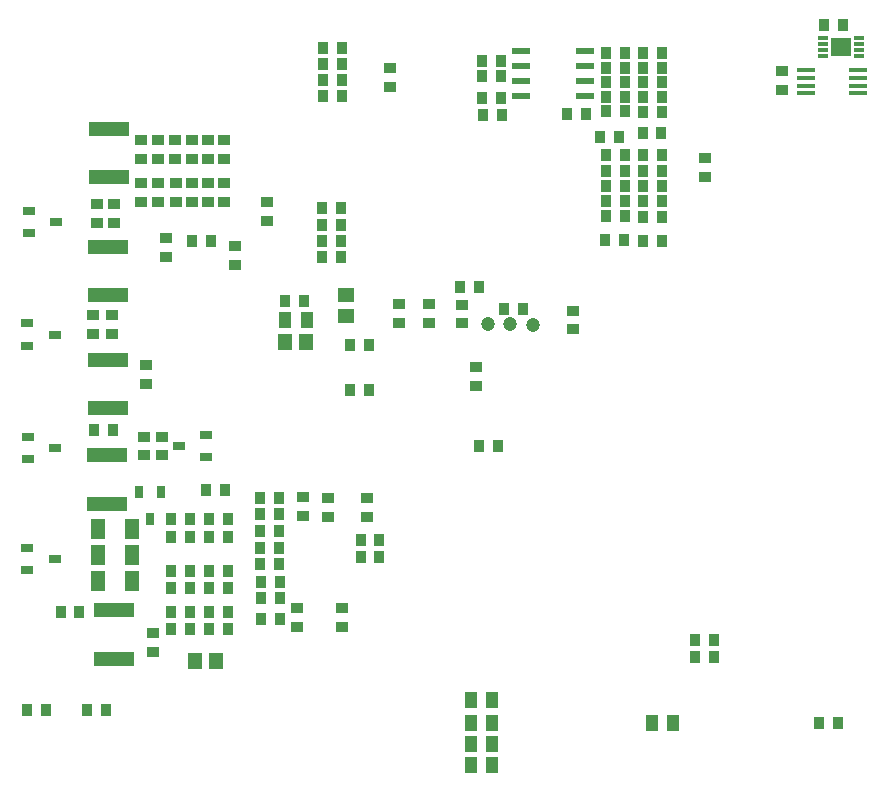
<source format=gbp>
%FSLAX25Y25*%
%MOIN*%
G70*
G01*
G75*
G04 Layer_Color=128*
%ADD10R,0.03740X0.03937*%
%ADD11R,0.03937X0.03543*%
%ADD12R,0.03937X0.03740*%
%ADD13R,0.05906X0.01772*%
%ADD14R,0.03347X0.01772*%
%ADD15R,0.03347X0.01181*%
%ADD16R,0.02362X0.06102*%
%ADD17R,0.03543X0.03937*%
%ADD18R,0.03543X0.04331*%
%ADD19R,0.01575X0.03543*%
%ADD20R,0.07874X0.02362*%
%ADD21R,0.07087X0.04921*%
%ADD22R,0.03543X0.01575*%
%ADD23O,0.04331X0.01378*%
%ADD24O,0.01378X0.04331*%
%ADD25R,0.16535X0.16535*%
%ADD26R,0.04134X0.02559*%
%ADD27R,0.01181X0.05906*%
%ADD28R,0.05906X0.01181*%
%ADD29C,0.03937*%
%ADD30O,0.03347X0.01181*%
%ADD31O,0.01181X0.03347*%
%ADD32R,0.25000X0.25000*%
%ADD33R,0.08661X0.06102*%
%ADD34R,0.07008X0.14016*%
%ADD35R,0.05906X0.02165*%
%ADD36R,0.02165X0.05906*%
%ADD37C,0.02520*%
%ADD38R,0.09843X0.06890*%
%ADD39R,0.01181X0.03347*%
%ADD40R,0.08465X0.03740*%
%ADD41R,0.08465X0.12795*%
%ADD42R,0.04921X0.07087*%
%ADD43R,0.05512X0.04134*%
%ADD44R,0.06102X0.02362*%
%ADD45P,0.05568X4X360.0*%
%ADD46P,0.05568X4X270.0*%
%ADD47R,0.01772X0.05906*%
%ADD48C,0.00600*%
%ADD49C,0.01000*%
%ADD50C,0.01200*%
%ADD51C,0.00800*%
%ADD52C,0.03000*%
%ADD53C,0.01500*%
%ADD54C,0.02000*%
%ADD55C,0.00820*%
%ADD56C,0.04000*%
%ADD57C,0.02400*%
%ADD58C,0.00500*%
%ADD59C,0.06693*%
%ADD60C,0.09449*%
%ADD61C,0.07480*%
%ADD62C,0.17716*%
%ADD63C,0.22835*%
%ADD64C,0.02400*%
%ADD65R,0.08000X0.32000*%
%ADD66R,0.08000X0.08000*%
%ADD67C,0.05137*%
%ADD68C,0.07893*%
%ADD69C,0.05924*%
%ADD70C,0.11830*%
%ADD71C,0.06318*%
%ADD72C,0.02200*%
%ADD73R,0.08000X0.24000*%
%ADD74R,0.08000X0.16000*%
G04:AMPARAMS|DCode=75|XSize=99.37mil|YSize=99.37mil|CornerRadius=0mil|HoleSize=0mil|Usage=FLASHONLY|Rotation=0.000|XOffset=0mil|YOffset=0mil|HoleType=Round|Shape=Relief|Width=30mil|Gap=10mil|Entries=4|*
%AMTHD75*
7,0,0,0.09937,0.07937,0.03000,45*
%
%ADD75THD75*%
%ADD76C,0.02600*%
G04:AMPARAMS|DCode=77|XSize=126.929mil|YSize=126.929mil|CornerRadius=0mil|HoleSize=0mil|Usage=FLASHONLY|Rotation=0.000|XOffset=0mil|YOffset=0mil|HoleType=Round|Shape=Relief|Width=30mil|Gap=10mil|Entries=4|*
%AMTHD77*
7,0,0,0.12693,0.10693,0.03000,45*
%
%ADD77THD77*%
G04:AMPARAMS|DCode=78|XSize=166.299mil|YSize=166.299mil|CornerRadius=0mil|HoleSize=0mil|Usage=FLASHONLY|Rotation=0.000|XOffset=0mil|YOffset=0mil|HoleType=Round|Shape=Relief|Width=30mil|Gap=10mil|Entries=4|*
%AMTHD78*
7,0,0,0.16630,0.14630,0.03000,45*
%
%ADD78THD78*%
%ADD79R,0.06890X0.06102*%
%ADD80R,0.04134X0.05512*%
%ADD81R,0.04528X0.05709*%
%ADD82C,0.04724*%
%ADD83R,0.04528X0.07087*%
%ADD84R,0.05709X0.04528*%
%ADD85R,0.02559X0.04134*%
%ADD86R,0.13583X0.05118*%
%ADD87C,0.01969*%
%ADD88C,0.00984*%
%ADD89C,0.02362*%
%ADD90C,0.00394*%
%ADD91C,0.00787*%
%ADD92C,0.00700*%
%ADD93C,0.00799*%
%ADD94C,0.01181*%
%ADD95R,0.10472X0.10472*%
D10*
X-107350Y-5900D02*
D03*
X-101050D02*
D03*
X-78250Y104700D02*
D03*
X-71950D02*
D03*
X-165950Y42500D02*
D03*
X-172250D02*
D03*
X-144150Y27900D02*
D03*
X-150450D02*
D03*
X-196950Y62300D02*
D03*
X-203250D02*
D03*
X-174050Y-45400D02*
D03*
X-180350D02*
D03*
X-146950Y-37200D02*
D03*
X-140650D02*
D03*
X-198450Y-20600D02*
D03*
X-192150D02*
D03*
X-144050Y12800D02*
D03*
X-150350D02*
D03*
X13750Y134500D02*
D03*
X7450D02*
D03*
X-174050Y-40000D02*
D03*
X-180350D02*
D03*
X-174050Y-34100D02*
D03*
X-180350D02*
D03*
X-174050Y-28700D02*
D03*
X-180350D02*
D03*
Y-23300D02*
D03*
X-174050D02*
D03*
X-173950Y-51100D02*
D03*
X-180250D02*
D03*
X-146950Y-42800D02*
D03*
X-140650D02*
D03*
X-173950Y-56500D02*
D03*
X-180250D02*
D03*
Y-63600D02*
D03*
X-173950D02*
D03*
X-240650Y-61200D02*
D03*
X-246950D02*
D03*
X-29050Y-70700D02*
D03*
X-35350D02*
D03*
X-29050Y-76400D02*
D03*
X-35350D02*
D03*
D11*
X-32000Y83650D02*
D03*
Y89950D02*
D03*
X-220000Y75450D02*
D03*
Y81750D02*
D03*
X-214500Y75450D02*
D03*
Y81750D02*
D03*
X-220000Y89650D02*
D03*
Y95950D02*
D03*
X-214500Y89650D02*
D03*
Y95950D02*
D03*
X-192400Y75450D02*
D03*
Y81750D02*
D03*
X-192400Y89650D02*
D03*
Y95950D02*
D03*
X-197767Y75450D02*
D03*
Y81750D02*
D03*
X-197833Y89650D02*
D03*
Y95950D02*
D03*
X-208500Y75450D02*
D03*
Y81750D02*
D03*
X-203133Y75450D02*
D03*
Y81750D02*
D03*
X-208700Y89650D02*
D03*
Y95950D02*
D03*
X-203267Y89650D02*
D03*
Y95950D02*
D03*
X-229900Y31450D02*
D03*
Y37750D02*
D03*
X-157900Y-29450D02*
D03*
Y-23150D02*
D03*
X-236100Y31550D02*
D03*
Y37850D02*
D03*
X-229000Y74850D02*
D03*
Y68550D02*
D03*
X-234800Y68450D02*
D03*
Y74750D02*
D03*
X-218638Y14689D02*
D03*
Y20988D02*
D03*
X-219000Y-2750D02*
D03*
Y-9050D02*
D03*
X-166200Y-23050D02*
D03*
Y-29350D02*
D03*
X-213200Y-9050D02*
D03*
Y-2750D02*
D03*
X-216300Y-74550D02*
D03*
Y-68250D02*
D03*
D12*
X-76300Y39250D02*
D03*
Y32950D02*
D03*
X-124300Y35050D02*
D03*
Y41350D02*
D03*
X-113000Y41250D02*
D03*
Y34950D02*
D03*
X-211700Y63350D02*
D03*
Y57050D02*
D03*
X-178300Y69250D02*
D03*
Y75550D02*
D03*
X-188900Y60750D02*
D03*
Y54450D02*
D03*
X-137300Y113850D02*
D03*
Y120150D02*
D03*
X-134000Y35150D02*
D03*
Y41450D02*
D03*
X-108400Y14250D02*
D03*
Y20550D02*
D03*
X-6400Y112750D02*
D03*
Y119050D02*
D03*
X-144800Y-29650D02*
D03*
Y-23350D02*
D03*
X-153300Y-59850D02*
D03*
Y-66150D02*
D03*
X-168100Y-59901D02*
D03*
Y-66200D02*
D03*
D13*
X1439Y119339D02*
D03*
Y116779D02*
D03*
Y114220D02*
D03*
Y111661D02*
D03*
X18761D02*
D03*
Y114220D02*
D03*
Y116779D02*
D03*
Y119339D02*
D03*
D15*
X7294Y130053D02*
D03*
Y128084D02*
D03*
Y126116D02*
D03*
Y124147D02*
D03*
X19106D02*
D03*
Y126116D02*
D03*
Y128084D02*
D03*
Y130053D02*
D03*
D17*
X-99050Y39800D02*
D03*
X-92750D02*
D03*
X-65450Y62600D02*
D03*
X-59150D02*
D03*
X-52750Y62500D02*
D03*
X-46450D02*
D03*
X-67150Y97200D02*
D03*
X-60850D02*
D03*
X-52950Y98500D02*
D03*
X-46650D02*
D03*
X-52850Y91000D02*
D03*
X-46550D02*
D03*
X-65200D02*
D03*
X-58900D02*
D03*
X-65200Y70600D02*
D03*
X-58900D02*
D03*
X-65200Y75700D02*
D03*
X-58900D02*
D03*
X-52850D02*
D03*
X-46550D02*
D03*
X-52850Y70500D02*
D03*
X-46550D02*
D03*
X-65200Y80800D02*
D03*
X-58900D02*
D03*
X-65200Y85900D02*
D03*
X-58900D02*
D03*
X-52850D02*
D03*
X-46550D02*
D03*
X-52850Y80800D02*
D03*
X-46550D02*
D03*
X-65150Y105600D02*
D03*
X-58850D02*
D03*
X-65150Y110500D02*
D03*
X-58850D02*
D03*
X-52850D02*
D03*
X-46550D02*
D03*
X-52850Y105500D02*
D03*
X-46550D02*
D03*
X-65200Y115350D02*
D03*
X-58900D02*
D03*
X-65200Y120250D02*
D03*
X-58900D02*
D03*
X-65200Y125150D02*
D03*
X-58900D02*
D03*
X-52900Y120250D02*
D03*
X-46600D02*
D03*
X-52900Y115350D02*
D03*
X-46600D02*
D03*
X-106250Y104300D02*
D03*
X-99950D02*
D03*
X-100050Y110100D02*
D03*
X-106350D02*
D03*
X-100150Y117400D02*
D03*
X-106450D02*
D03*
Y122500D02*
D03*
X-100150D02*
D03*
X-107350Y47000D02*
D03*
X-113650D02*
D03*
X5750Y-98300D02*
D03*
X12050D02*
D03*
X-191250Y-53400D02*
D03*
X-197550D02*
D03*
X-203850D02*
D03*
X-210150D02*
D03*
X-203850Y-61200D02*
D03*
X-210150D02*
D03*
X-203850Y-30200D02*
D03*
X-210150D02*
D03*
X-203850Y-36200D02*
D03*
X-210150D02*
D03*
X-203850Y-66900D02*
D03*
X-210150D02*
D03*
X-191250Y-47700D02*
D03*
X-197550D02*
D03*
X-191301Y-30200D02*
D03*
X-197600D02*
D03*
X-191250Y-66900D02*
D03*
X-197550D02*
D03*
X-191301Y-36200D02*
D03*
X-197600D02*
D03*
X-203850Y-47700D02*
D03*
X-210150D02*
D03*
X-52900Y125150D02*
D03*
X-46600D02*
D03*
X-159750Y57100D02*
D03*
X-153450D02*
D03*
X-159750Y67900D02*
D03*
X-153450D02*
D03*
X-153350Y62500D02*
D03*
X-159650D02*
D03*
X-153450Y73300D02*
D03*
X-159750D02*
D03*
X-159450Y126800D02*
D03*
X-153150D02*
D03*
Y121500D02*
D03*
X-159450D02*
D03*
Y116000D02*
D03*
X-153150D02*
D03*
Y110700D02*
D03*
X-159450D02*
D03*
X-231850Y-93900D02*
D03*
X-238150D02*
D03*
X-229350Y-600D02*
D03*
X-235650D02*
D03*
X-197550Y-61200D02*
D03*
X-191250D02*
D03*
X-251750Y-93900D02*
D03*
X-258050D02*
D03*
D26*
X-248972Y-43600D02*
D03*
X-258028Y-39860D02*
D03*
Y-47340D02*
D03*
X-207528Y-6000D02*
D03*
X-198472Y-9740D02*
D03*
Y-2260D02*
D03*
X-248772Y-6500D02*
D03*
X-257828Y-2760D02*
D03*
Y-10240D02*
D03*
X-248572Y68700D02*
D03*
X-257628Y72440D02*
D03*
Y64960D02*
D03*
X-248972Y31200D02*
D03*
X-258028Y34940D02*
D03*
Y27460D02*
D03*
D44*
X-93430Y110900D02*
D03*
Y115900D02*
D03*
Y120900D02*
D03*
Y125900D02*
D03*
X-72170Y110900D02*
D03*
Y115900D02*
D03*
Y120900D02*
D03*
Y125900D02*
D03*
D79*
X13200Y127100D02*
D03*
D80*
X-164957Y36000D02*
D03*
X-172043D02*
D03*
X-103057Y-90500D02*
D03*
X-110143D02*
D03*
X-103013Y-98200D02*
D03*
X-110100D02*
D03*
X-103013Y-112200D02*
D03*
X-110100D02*
D03*
X-103013Y-105200D02*
D03*
X-110100D02*
D03*
X-42657Y-98300D02*
D03*
X-49743D02*
D03*
D81*
X-172143Y28600D02*
D03*
X-165057D02*
D03*
X-202243Y-77600D02*
D03*
X-195157D02*
D03*
D82*
X-104500Y34800D02*
D03*
X-89600Y34400D02*
D03*
X-97000Y34600D02*
D03*
D83*
X-223091Y-51000D02*
D03*
X-234509D02*
D03*
X-223091Y-42200D02*
D03*
X-234509D02*
D03*
X-223191Y-33600D02*
D03*
X-234609D02*
D03*
D84*
X-151700Y44543D02*
D03*
Y37457D02*
D03*
D85*
X-220840Y-21172D02*
D03*
X-213360D02*
D03*
X-217100Y-30228D02*
D03*
D86*
X-230800Y83629D02*
D03*
Y99771D02*
D03*
X-231300Y44329D02*
D03*
Y60471D02*
D03*
X-231200Y6729D02*
D03*
Y22871D02*
D03*
X-231400Y-9029D02*
D03*
Y-25171D02*
D03*
X-229300Y-76771D02*
D03*
Y-60629D02*
D03*
M02*

</source>
